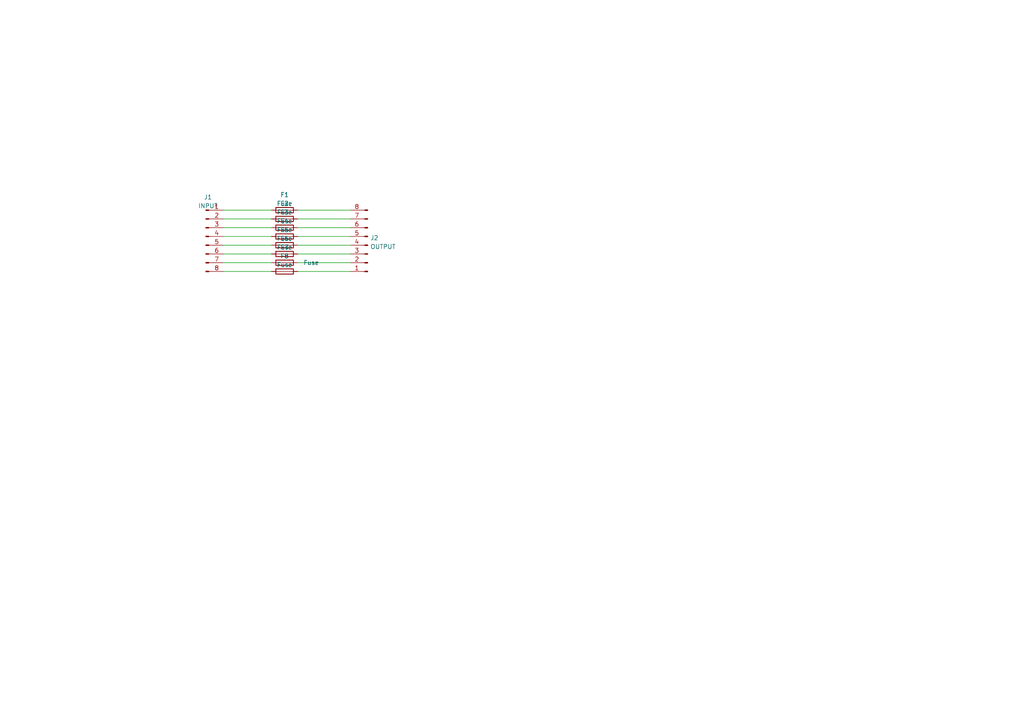
<source format=kicad_sch>
(kicad_sch (version 20211123) (generator eeschema)
  (paper "A4")
  (lib_symbols
    (symbol "Connector:Conn_01x08_Male" (pin_names (offset 1.016) hide)
      (property "Reference" "J" (at 0 10.16 0))
      (property "Value" "Conn_01x08_Male" (at 0 -12.7 0))
      (symbol "Conn_01x08_Male_1_1"
        (polyline (pts (xy 1.27 -10.16) (xy 0.8636 -10.16)) (stroke (width 0.1524)))
        (polyline (pts (xy 1.27 -7.62) (xy 0.8636 -7.62)) (stroke (width 0.1524)))
        (polyline (pts (xy 1.27 -5.08) (xy 0.8636 -5.08)) (stroke (width 0.1524)))
        (polyline (pts (xy 1.27 -2.54) (xy 0.8636 -2.54)) (stroke (width 0.1524)))
        (polyline (pts (xy 1.27 0) (xy 0.8636 0)) (stroke (width 0.1524)))
        (polyline (pts (xy 1.27 2.54) (xy 0.8636 2.54)) (stroke (width 0.1524)))
        (polyline (pts (xy 1.27 5.08) (xy 0.8636 5.08)) (stroke (width 0.1524)))
        (polyline (pts (xy 1.27 7.62) (xy 0.8636 7.62)) (stroke (width 0.1524)))
        (rectangle (start 0.8636 -10.033) (end 0 -10.287) (stroke (width 0.1524)) (fill (type outline)))
        (rectangle (start 0.8636 -7.493) (end 0 -7.747) (stroke (width 0.1524)) (fill (type outline)))
        (rectangle (start 0.8636 -4.953) (end 0 -5.207) (stroke (width 0.1524)) (fill (type outline)))
        (rectangle (start 0.8636 -2.413) (end 0 -2.667) (stroke (width 0.1524)) (fill (type outline)))
        (rectangle (start 0.8636 0.127) (end 0 -0.127) (stroke (width 0.1524)) (fill (type outline)))
        (rectangle (start 0.8636 2.667) (end 0 2.413) (stroke (width 0.1524)) (fill (type outline)))
        (rectangle (start 0.8636 5.207) (end 0 4.953) (stroke (width 0.1524)) (fill (type outline)))
        (rectangle (start 0.8636 7.747) (end 0 7.493) (stroke (width 0.1524)) (fill (type outline)))
        (pin passive line (at 5.08 7.62 180) (length 3.81) (name "Pin_1") (number "1"))
        (pin passive line (at 5.08 5.08 180) (length 3.81) (name "Pin_2") (number "2"))
        (pin passive line (at 5.08 2.54 180) (length 3.81) (name "Pin_3") (number "3"))
        (pin passive line (at 5.08 0 180) (length 3.81) (name "Pin_4") (number "4"))
        (pin passive line (at 5.08 -2.54 180) (length 3.81) (name "Pin_5") (number "5"))
        (pin passive line (at 5.08 -5.08 180) (length 3.81) (name "Pin_6") (number "6"))
        (pin passive line (at 5.08 -7.62 180) (length 3.81) (name "Pin_7") (number "7"))
        (pin passive line (at 5.08 -10.16 180) (length 3.81) (name "Pin_8") (number "8"))
      )
    )
    (symbol "Device:Fuse" (pin_numbers hide) (pin_names (offset 0))
      (property "Reference" "F" (at 2.032 0 90))
      (property "Value" "Fuse" (at -1.905 0 90))
      (symbol "Fuse_0_1"
        (rectangle (start -0.762 -2.54) (end 0.762 2.54) (stroke (width 0.254)))
        (polyline (pts (xy 0 2.54) (xy 0 -2.54)))
      )
      (symbol "Fuse_1_1"
        (pin passive line (at 0 3.81 270) (length 1.27) (name "~") (number "1"))
        (pin passive line (at 0 -3.81 90) (length 1.27) (name "~") (number "2"))
      )
    )
  )
  (wire (pts (xy 86.36 76.2) (xy 101.6 76.2)))
  (wire (pts (xy 64.77 60.96) (xy 78.74 60.96)))
  (wire (pts (xy 86.36 63.5) (xy 101.6 63.5)))
  (wire (pts (xy 64.77 78.74) (xy 78.74 78.74)))
  (wire (pts (xy 86.36 60.96) (xy 101.6 60.96)))
  (wire (pts (xy 64.77 68.58) (xy 78.74 68.58)))
  (wire (pts (xy 86.36 71.12) (xy 101.6 71.12)))
  (wire (pts (xy 64.77 76.2) (xy 78.74 76.2)))
  (wire (pts (xy 64.77 63.5) (xy 78.74 63.5)))
  (wire (pts (xy 86.36 78.74) (xy 101.6 78.74)))
  (wire (pts (xy 86.36 68.58) (xy 101.6 68.58)))
  (wire (pts (xy 64.77 71.12) (xy 78.74 71.12)))
  (wire (pts (xy 86.36 73.66) (xy 101.6 73.66)))
  (wire (pts (xy 64.77 73.66) (xy 78.74 73.66)))
  (wire (pts (xy 64.77 66.04) (xy 78.74 66.04)))
  (wire (pts (xy 86.36 66.04) (xy 101.6 66.04)))
  (symbol (lib_id "Device:Fuse") (at 82.55 68.58 90) (unit 1)
    (property "Reference" "F4" (at 82.55 64.1182 90))
    (property "Value" "Fuse" (at 82.55 66.6551 90))
    (property "Footprint" "Fuse:Fuseholder_Cylinder-5x20mm_Schurter_0031_8201_Horizontal_Open" (effects hide))
  )
  (symbol (lib_id "Device:Fuse") (at 82.55 76.2 90) (unit 1)
    (property "Reference" "F7" (at 82.55 71.7382 90))
    (property "Value" "Fuse" (at 90.2626 76.2048 90))
    (property "Footprint" "Fuse:Fuseholder_Cylinder-5x20mm_Schurter_0031_8201_Horizontal_Open" (effects hide))
  )
  (symbol (lib_id "Connector:Conn_01x08_Male") (at 59.69 68.58 0) (unit 1)
    (property "Reference" "J1" (at 60.325 57.184 0))
    (property "Value" "INPUT" (at 60.325 59.7209 0))
    (property "Footprint" "Connector_PinHeader_2.54mm:PinHeader_1x08_P2.54mm_Vertical" (effects hide))
  )
  (symbol (lib_id "Device:Fuse") (at 82.55 78.74 90) (unit 1)
    (property "Reference" "F8" (at 82.55 74.2782 90))
    (property "Value" "Fuse" (at 82.55 76.8151 90))
    (property "Footprint" "Fuse:Fuseholder_Cylinder-5x20mm_Schurter_0031_8201_Horizontal_Open" (effects hide))
  )
  (symbol (lib_id "Connector:Conn_01x08_Male") (at 106.68 71.12 180) (unit 1)
    (property "Reference" "J2" (at 107.3912 69.0153 0) (effects (justify right)))
    (property "Value" "OUTPUT" (at 107.3912 71.5522 0) (effects (justify right)))
    (property "Footprint" "Connector_PinHeader_2.54mm:PinHeader_1x08_P2.54mm_Vertical" (effects hide))
  )
  (symbol (lib_id "Device:Fuse") (at 82.55 63.5 90) (unit 1)
    (property "Reference" "F2" (at 82.55 59.0382 90))
    (property "Value" "Fuse" (at 82.55 61.5751 90))
    (property "Footprint" "Fuse:Fuseholder_Cylinder-5x20mm_Schurter_0031_8201_Horizontal_Open" (effects hide))
  )
  (symbol (lib_id "Device:Fuse") (at 82.55 66.04 90) (unit 1)
    (property "Reference" "F3" (at 82.55 61.5782 90))
    (property "Value" "Fuse" (at 82.55 64.1151 90))
    (property "Footprint" "Fuse:Fuseholder_Cylinder-5x20mm_Schurter_0031_8201_Horizontal_Open" (effects hide))
  )
  (symbol (lib_id "Device:Fuse") (at 82.55 73.66 90) (unit 1)
    (property "Reference" "F6" (at 82.55 69.1982 90))
    (property "Value" "Fuse" (at 82.55 71.7351 90))
    (property "Footprint" "Fuse:Fuseholder_Cylinder-5x20mm_Schurter_0031_8201_Horizontal_Open" (effects hide))
  )
  (symbol (lib_id "Device:Fuse") (at 82.55 71.12 90) (unit 1)
    (property "Reference" "F5" (at 82.55 66.6582 90))
    (property "Value" "Fuse" (at 82.55 69.1951 90))
    (property "Footprint" "Fuse:Fuseholder_Cylinder-5x20mm_Schurter_0031_8201_Horizontal_Open" (effects hide))
  )
  (symbol (lib_id "Device:Fuse") (at 82.55 60.96 90) (unit 1)
    (property "Reference" "F1" (at 82.55 56.4982 90))
    (property "Value" "Fuse" (at 82.55 59.0351 90))
    (property "Footprint" "Fuse:Fuseholder_Cylinder-5x20mm_Schurter_0031_8201_Horizontal_Open" (effects hide))
  )
)
</source>
